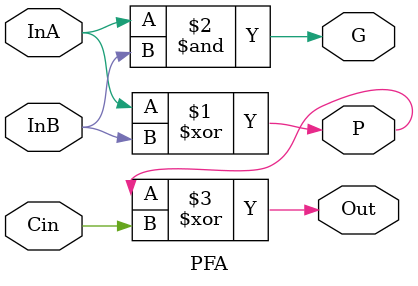
<source format=v>
module PFA(InA, InB, Cin, P, G, Out);

input InA, InB, Cin;
output P, G, Out;

wire w1;

assign P = InA ^ InB;
assign G = InA & InB;
assign Out = P ^ Cin; 

endmodule
</source>
